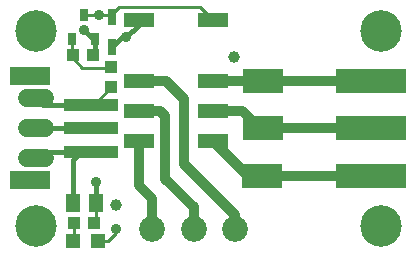
<source format=gbr>
G04 EAGLE Gerber RS-274X export*
G75*
%MOMM*%
%FSLAX34Y34*%
%LPD*%
%INTop Copper*%
%IPPOS*%
%AMOC8*
5,1,8,0,0,1.08239X$1,22.5*%
G01*
%ADD10C,1.000000*%
%ADD11R,2.500000X1.250000*%
%ADD12R,0.635000X1.016000*%
%ADD13R,1.000000X1.075000*%
%ADD14R,0.800000X1.350000*%
%ADD15R,1.240000X1.500000*%
%ADD16R,1.075000X1.000000*%
%ADD17R,1.200000X1.200000*%
%ADD18C,3.516000*%
%ADD19C,1.508000*%
%ADD20C,2.184400*%
%ADD21R,4.600000X1.000000*%
%ADD22R,3.400000X1.600000*%
%ADD23R,3.500000X2.000000*%
%ADD24R,6.000000X2.000000*%
%ADD25C,0.406400*%
%ADD26C,0.906400*%
%ADD27C,0.254000*%
%ADD28C,0.812800*%


D10*
X92710Y43180D03*
X192405Y168275D03*
D11*
X112010Y199620D03*
X112010Y148320D03*
X112010Y122920D03*
X112010Y97520D03*
X175010Y199620D03*
X175010Y148320D03*
X175010Y122920D03*
X175010Y97520D03*
D12*
X65405Y203675D03*
X74905Y183675D03*
X55905Y183675D03*
D13*
X88900Y142630D03*
X88900Y159630D03*
D14*
X89535Y177165D03*
X89535Y202565D03*
D15*
X75540Y44450D03*
X56540Y44450D03*
D16*
X73270Y170180D03*
X56270Y170180D03*
D17*
X77810Y12700D03*
X56810Y12700D03*
D16*
X57540Y27940D03*
X74540Y27940D03*
D18*
X317500Y25400D03*
X317500Y190500D03*
D19*
X32940Y133350D02*
X17860Y133350D01*
X17860Y107950D02*
X32940Y107950D01*
X32940Y82550D02*
X17860Y82550D01*
D18*
X25400Y190500D03*
X25400Y25400D03*
D20*
X193750Y22860D03*
X158750Y22860D03*
X123750Y22860D03*
D21*
X72085Y87950D03*
X72085Y107950D03*
D22*
X20085Y63950D03*
X20085Y151950D03*
D21*
X72085Y127950D03*
D23*
X217640Y147950D03*
D24*
X309140Y147950D03*
D23*
X217640Y107950D03*
D24*
X309140Y107950D03*
D23*
X216640Y67950D03*
D24*
X309140Y67950D03*
D25*
X72085Y87950D02*
X63500Y87950D01*
X30800Y87950D01*
X25400Y82550D01*
X56540Y80990D02*
X56540Y44450D01*
X56540Y80990D02*
X63500Y87950D01*
X74905Y171815D02*
X74905Y183675D01*
X74905Y171815D02*
X73270Y170180D01*
X73443Y183675D02*
X74905Y183675D01*
X73443Y183675D02*
X65722Y191396D01*
D26*
X65722Y191396D03*
D27*
X78105Y203675D02*
X88425Y203675D01*
X88835Y203675D01*
X88425Y203675D02*
X89535Y202565D01*
D26*
X78105Y203675D03*
D27*
X65405Y203675D01*
X88835Y203675D02*
X95602Y210442D01*
X164188Y210442D02*
X175010Y199620D01*
X164188Y210442D02*
X95602Y210442D01*
X88900Y159630D02*
X88655Y159385D01*
X64135Y159385D01*
X56270Y167250D01*
X56270Y170180D01*
X55905Y170545D01*
X55905Y183675D01*
D28*
X175010Y122920D02*
X199660Y122920D01*
X214630Y107950D02*
X217640Y107950D01*
X214630Y107950D02*
X199660Y122920D01*
X217640Y107950D02*
X309140Y107950D01*
X204580Y67950D02*
X175010Y97520D01*
X204580Y67950D02*
X216640Y67950D01*
X309140Y67950D01*
D27*
X88900Y142630D02*
X74220Y127950D01*
X72085Y127950D01*
D25*
X30800Y127950D01*
X25400Y133350D01*
D27*
X57540Y27940D02*
X57540Y13430D01*
X56810Y12700D01*
D28*
X175010Y148320D02*
X217270Y148320D01*
X217640Y147950D02*
X309140Y147950D01*
X217640Y147950D02*
X217270Y148320D01*
D27*
X92710Y19345D02*
X86065Y12700D01*
X77810Y12700D01*
X92710Y19345D02*
X92710Y22860D01*
D26*
X92710Y22860D03*
D27*
X75540Y41910D02*
X75540Y44450D01*
X75540Y41910D02*
X75540Y28940D01*
X74540Y27940D01*
D25*
X72085Y107950D02*
X25400Y107950D01*
D26*
X101600Y185420D03*
X76200Y62230D03*
D25*
X76200Y42570D01*
X75540Y41910D01*
X112010Y195830D02*
X112010Y199620D01*
X112010Y195830D02*
X101600Y185420D01*
X97790Y185420D02*
X89535Y177165D01*
X97790Y185420D02*
X101600Y185420D01*
D28*
X112010Y148320D02*
X134890Y148320D01*
X193750Y34850D02*
X193750Y22860D01*
X150495Y132715D02*
X134890Y148320D01*
X150495Y132715D02*
X150495Y78105D01*
X193750Y34850D01*
X129810Y122920D02*
X112010Y122920D01*
X129810Y122920D02*
X134620Y118110D01*
X134620Y65405D01*
X158750Y41275D02*
X158750Y22860D01*
X158750Y41275D02*
X134620Y65405D01*
X112010Y60000D02*
X112010Y97520D01*
X123750Y48260D02*
X123750Y22860D01*
X123750Y48260D02*
X112010Y60000D01*
M02*

</source>
